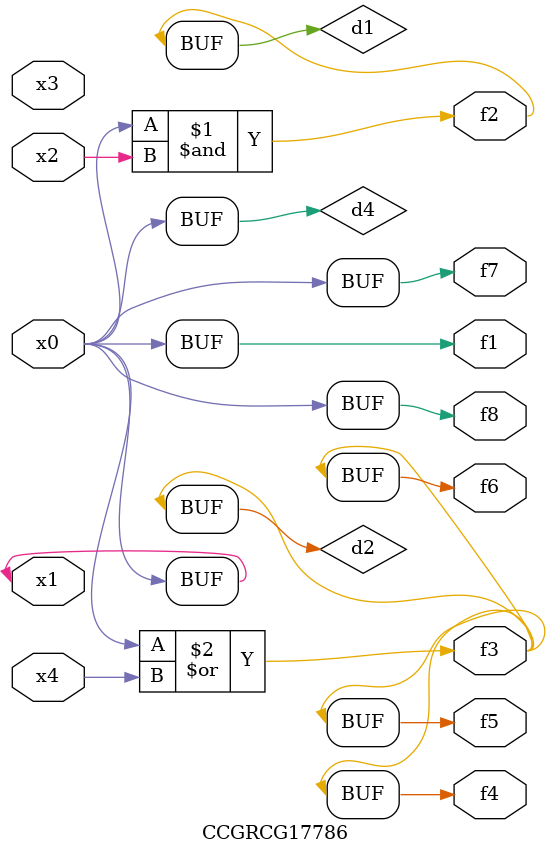
<source format=v>
module CCGRCG17786(
	input x0, x1, x2, x3, x4,
	output f1, f2, f3, f4, f5, f6, f7, f8
);

	wire d1, d2, d3, d4;

	and (d1, x0, x2);
	or (d2, x0, x4);
	nand (d3, x0, x2);
	buf (d4, x0, x1);
	assign f1 = d4;
	assign f2 = d1;
	assign f3 = d2;
	assign f4 = d2;
	assign f5 = d2;
	assign f6 = d2;
	assign f7 = d4;
	assign f8 = d4;
endmodule

</source>
